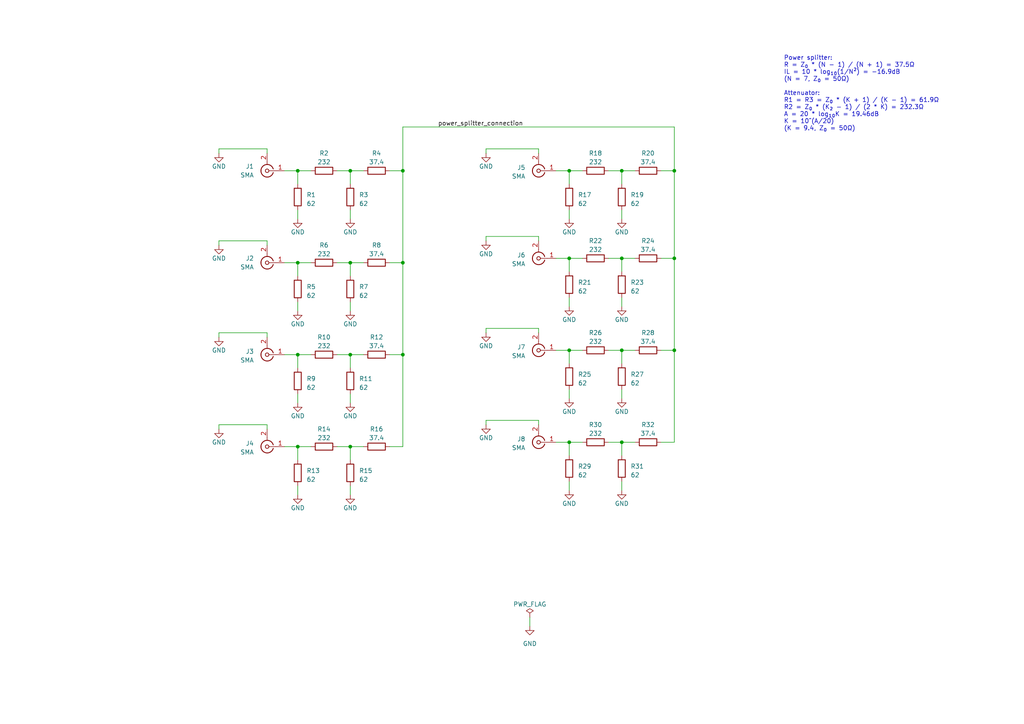
<source format=kicad_sch>
(kicad_sch (version 20230121) (generator eeschema)
  (paper "A4")
  (title_block (title "7-Way Symmetrical Resistive Wye Power Splitter with Attenuation") (date "5.5.2023") (rev "v0.1.1"))
  (lib_symbols
    (symbol "Connector:Conn_Coaxial" (pin_names (offset 1.016) hide)
      (property "Reference" "J" (at 0.254 3.048 0))
      (property "Value" "Conn_Coaxial" (at 2.921 0 90))
      (symbol "Conn_Coaxial_0_1"
        (arc (start -1.778 -0.508) (mid 0.2311 -1.8066) (end 1.778 0) (stroke (width 0.254)))
        (polyline (pts (xy -2.54 0) (xy -0.508 0)))
        (polyline (pts (xy 0 -2.54) (xy 0 -1.778)))
        (circle (center 0 0) (radius 0.508) (stroke (width 0.2032)))
        (arc (start 1.778 0) (mid 0.2099 1.8101) (end -1.778 0.508) (stroke (width 0.254)))
      )
      (symbol "Conn_Coaxial_1_1"
        (pin passive line (at -5.08 0 0) (length 2.54) (name "In") (number "1"))
        (pin passive line (at 0 -5.08 90) (length 2.54) (name "Ext") (number "2"))
      )
    )
    (symbol "Device:R" (pin_numbers hide) (pin_names (offset 0))
      (property "Reference" "R" (at 2.032 0 90))
      (property "Value" "R" (at 0 0 90))
      (symbol "R_0_1"
        (rectangle (start -1.016 -2.54) (end 1.016 2.54) (stroke (width 0.254)))
      )
      (symbol "R_1_1"
        (pin passive line (at 0 3.81 270) (length 1.27) (name "~") (number "1"))
        (pin passive line (at 0 -3.81 90) (length 1.27) (name "~") (number "2"))
      )
    )
    (symbol "power:GND" (power) (pin_names (offset 0))
      (property "Value" "GND" (at 0 -3.81 0))
      (symbol "GND_0_1"
        (polyline (pts (xy 0 0) (xy 0 -1.27) (xy 1.27 -1.27) (xy 0 -2.54) (xy -1.27 -1.27) (xy 0 -1.27)))
      )
      (symbol "GND_1_1"
        (pin power_in line (at 0 0 270) (length 0) hide (name "GND") (number "1"))
      )
    )
    (symbol "power:PWR_FLAG" (power) (pin_numbers hide) (pin_names (offset 0) hide)
      (property "Value" "PWR_FLAG" (at 0 3.81 0))
      (symbol "PWR_FLAG_0_0"
        (pin power_out line (at 0 0 90) (length 0) (name "pwr") (number "1"))
      )
      (symbol "PWR_FLAG_0_1"
        (polyline (pts (xy 0 0) (xy 0 1.27) (xy -1.016 1.905) (xy 0 2.54) (xy 1.016 1.905) (xy 0 1.27)))
      )
    )
  )
  (junction (at 86.36 102.87))
  (junction (at 86.36 129.54))
  (junction (at 101.6 102.87))
  (junction (at 86.36 49.53))
  (junction (at 165.1 101.6))
  (junction (at 195.58 49.53))
  (junction (at 180.34 49.53))
  (junction (at 116.84 49.53))
  (junction (at 165.1 128.27))
  (junction (at 86.36 76.2))
  (junction (at 180.34 101.6))
  (junction (at 180.34 74.93))
  (junction (at 101.6 129.54))
  (junction (at 116.84 102.87))
  (junction (at 180.34 128.27))
  (junction (at 165.1 74.93))
  (junction (at 165.1 49.53))
  (junction (at 101.6 76.2))
  (junction (at 101.6 49.53))
  (junction (at 116.84 76.2))
  (junction (at 195.58 101.6))
  (junction (at 195.58 74.93))
  (wire (pts (xy 165.1 105.41) (xy 165.1 101.6)))
  (wire (pts (xy 77.47 97.79) (xy 77.47 96.52)))
  (wire (pts (xy 86.36 49.53) (xy 90.17 49.53)))
  (wire (pts (xy 195.58 36.83) (xy 116.84 36.83)))
  (wire (pts (xy 63.5 123.19) (xy 63.5 124.46)))
  (wire (pts (xy 116.84 129.54) (xy 116.84 102.87)))
  (wire (pts (xy 195.58 74.93) (xy 195.58 101.6)))
  (wire (pts (xy 156.21 121.92) (xy 140.97 121.92)))
  (wire (pts (xy 180.34 128.27) (xy 180.34 132.08)))
  (wire (pts (xy 195.58 128.27) (xy 195.58 101.6)))
  (wire (pts (xy 165.1 49.53) (xy 165.1 53.34)))
  (wire (pts (xy 165.1 139.7) (xy 165.1 142.24)))
  (wire (pts (xy 86.36 129.54) (xy 86.36 133.35)))
  (wire (pts (xy 86.36 114.3) (xy 86.36 116.84)))
  (wire (pts (xy 180.34 139.7) (xy 180.34 142.24)))
  (wire (pts (xy 97.79 76.2) (xy 101.6 76.2)))
  (wire (pts (xy 191.77 74.93) (xy 195.58 74.93)))
  (wire (pts (xy 101.6 129.54) (xy 105.41 129.54)))
  (wire (pts (xy 191.77 128.27) (xy 195.58 128.27)))
  (wire (pts (xy 101.6 76.2) (xy 105.41 76.2)))
  (wire (pts (xy 77.47 43.18) (xy 63.5 43.18)))
  (wire (pts (xy 77.47 71.12) (xy 77.47 69.85)))
  (wire (pts (xy 153.67 179.07) (xy 153.67 181.61)))
  (wire (pts (xy 161.29 128.27) (xy 165.1 128.27)))
  (wire (pts (xy 116.84 76.2) (xy 116.84 102.87)))
  (wire (pts (xy 63.5 69.85) (xy 63.5 71.12)))
  (wire (pts (xy 195.58 49.53) (xy 195.58 36.83)))
  (wire (pts (xy 180.34 128.27) (xy 184.15 128.27)))
  (wire (pts (xy 180.34 78.74) (xy 180.34 74.93)))
  (wire (pts (xy 116.84 102.87) (xy 113.03 102.87)))
  (wire (pts (xy 63.5 43.18) (xy 63.5 44.45)))
  (wire (pts (xy 86.36 87.63) (xy 86.36 90.17)))
  (wire (pts (xy 86.36 60.96) (xy 86.36 63.5)))
  (wire (pts (xy 86.36 140.97) (xy 86.36 143.51)))
  (wire (pts (xy 116.84 49.53) (xy 116.84 76.2)))
  (wire (pts (xy 161.29 74.93) (xy 165.1 74.93)))
  (wire (pts (xy 165.1 78.74) (xy 165.1 74.93)))
  (wire (pts (xy 180.34 101.6) (xy 180.34 105.41)))
  (wire (pts (xy 176.53 74.93) (xy 180.34 74.93)))
  (wire (pts (xy 101.6 87.63) (xy 101.6 90.17)))
  (wire (pts (xy 97.79 102.87) (xy 101.6 102.87)))
  (wire (pts (xy 101.6 49.53) (xy 105.41 49.53)))
  (wire (pts (xy 113.03 49.53) (xy 116.84 49.53)))
  (wire (pts (xy 101.6 76.2) (xy 101.6 80.01)))
  (wire (pts (xy 156.21 95.25) (xy 140.97 95.25)))
  (wire (pts (xy 77.47 44.45) (xy 77.47 43.18)))
  (wire (pts (xy 113.03 129.54) (xy 116.84 129.54)))
  (wire (pts (xy 82.55 129.54) (xy 86.36 129.54)))
  (wire (pts (xy 161.29 101.6) (xy 165.1 101.6)))
  (wire (pts (xy 101.6 60.96) (xy 101.6 63.5)))
  (wire (pts (xy 86.36 76.2) (xy 90.17 76.2)))
  (wire (pts (xy 165.1 101.6) (xy 168.91 101.6)))
  (wire (pts (xy 180.34 49.53) (xy 180.34 53.34)))
  (wire (pts (xy 195.58 49.53) (xy 195.58 74.93)))
  (wire (pts (xy 82.55 102.87) (xy 86.36 102.87)))
  (wire (pts (xy 86.36 49.53) (xy 86.36 53.34)))
  (wire (pts (xy 176.53 128.27) (xy 180.34 128.27)))
  (wire (pts (xy 156.21 123.19) (xy 156.21 121.92)))
  (wire (pts (xy 140.97 95.25) (xy 140.97 96.52)))
  (wire (pts (xy 63.5 96.52) (xy 63.5 97.79)))
  (wire (pts (xy 86.36 102.87) (xy 90.17 102.87)))
  (wire (pts (xy 165.1 60.96) (xy 165.1 63.5)))
  (wire (pts (xy 101.6 102.87) (xy 105.41 102.87)))
  (wire (pts (xy 101.6 114.3) (xy 101.6 116.84)))
  (wire (pts (xy 101.6 140.97) (xy 101.6 143.51)))
  (wire (pts (xy 113.03 76.2) (xy 116.84 76.2)))
  (wire (pts (xy 77.47 69.85) (xy 63.5 69.85)))
  (wire (pts (xy 101.6 102.87) (xy 101.6 106.68)))
  (wire (pts (xy 195.58 101.6) (xy 191.77 101.6)))
  (wire (pts (xy 176.53 49.53) (xy 180.34 49.53)))
  (wire (pts (xy 140.97 68.58) (xy 140.97 69.85)))
  (wire (pts (xy 156.21 44.45) (xy 156.21 43.18)))
  (wire (pts (xy 86.36 129.54) (xy 90.17 129.54)))
  (wire (pts (xy 116.84 36.83) (xy 116.84 49.53)))
  (wire (pts (xy 156.21 96.52) (xy 156.21 95.25)))
  (wire (pts (xy 180.34 113.03) (xy 180.34 115.57)))
  (wire (pts (xy 97.79 49.53) (xy 101.6 49.53)))
  (wire (pts (xy 156.21 69.85) (xy 156.21 68.58)))
  (wire (pts (xy 176.53 101.6) (xy 180.34 101.6)))
  (wire (pts (xy 165.1 86.36) (xy 165.1 88.9)))
  (wire (pts (xy 82.55 76.2) (xy 86.36 76.2)))
  (wire (pts (xy 140.97 121.92) (xy 140.97 123.19)))
  (wire (pts (xy 165.1 74.93) (xy 168.91 74.93)))
  (wire (pts (xy 165.1 132.08) (xy 165.1 128.27)))
  (wire (pts (xy 97.79 129.54) (xy 101.6 129.54)))
  (wire (pts (xy 156.21 68.58) (xy 140.97 68.58)))
  (wire (pts (xy 165.1 49.53) (xy 168.91 49.53)))
  (wire (pts (xy 180.34 86.36) (xy 180.34 88.9)))
  (wire (pts (xy 191.77 49.53) (xy 195.58 49.53)))
  (wire (pts (xy 77.47 124.46) (xy 77.47 123.19)))
  (wire (pts (xy 140.97 43.18) (xy 140.97 44.45)))
  (wire (pts (xy 180.34 49.53) (xy 184.15 49.53)))
  (wire (pts (xy 82.55 49.53) (xy 86.36 49.53)))
  (wire (pts (xy 77.47 96.52) (xy 63.5 96.52)))
  (wire (pts (xy 86.36 76.2) (xy 86.36 80.01)))
  (wire (pts (xy 165.1 128.27) (xy 168.91 128.27)))
  (wire (pts (xy 165.1 113.03) (xy 165.1 115.57)))
  (wire (pts (xy 180.34 101.6) (xy 184.15 101.6)))
  (wire (pts (xy 77.47 123.19) (xy 63.5 123.19)))
  (wire (pts (xy 180.34 60.96) (xy 180.34 63.5)))
  (wire (pts (xy 156.21 43.18) (xy 140.97 43.18)))
  (wire (pts (xy 161.29 49.53) (xy 165.1 49.53)))
  (wire (pts (xy 101.6 129.54) (xy 101.6 133.35)))
  (wire (pts (xy 86.36 102.87) (xy 86.36 106.68)))
  (wire (pts (xy 101.6 49.53) (xy 101.6 53.34)))
  (wire (pts (xy 180.34 74.93) (xy 184.15 74.93)))
  (text "Power splitter:\nR = Z₀ * (N - 1) / (N + 1) = 37.5 Ω\nIL = 10 * log₁₀(1/N²) = -16.9 dB\n(N = 7, Z₀ = 50 Ω)\n\nAttenuator:\nR1 = R3 = Z₀ * (K + 1) / (K - 1) = 61.9 Ω\nR2 = Z₀ * (K₂ - 1) / (2 * K) = 232.3 Ω\nA = 20 * log₁₀K = 19.46 dB\nK = 10^(A/20)\n(K = 9.4, Z₀ = 50 Ω)" (at 227.33 38.1 0) (effects (font (size 1.27 1.27)) (justify left bottom)))
  (label "power_splitter_connection" (at 127 36.83 0))
  (symbol (lib_id "Device:R") (at 187.96 74.93 90) (unit 1)
    (property "Reference" "R24" (at 187.96 69.85 90))
    (property "Value" "37.4" (at 187.96 72.39 90))
    (property "Footprint" "Resistor_SMD:R_0402_1005Metric" (effects hide))
    (property "Datasheet" "https://datasheet.lcsc.com/lcsc/2205311900_UNI-ROYAL-Uniroyal-Elec-0402WGF374JTCE_C25108.pdf" (effects hide))
    (property "LCSC" "C25108" (effects hide))
    (property "LCSC Description" "62.5mW Thick Film Resistors 50V ±1% ±200ppm/℃ -55℃~+155℃ 37.4Ω 0402" (effects hide))
    (property "MPN" "0402WGF374JTCE" (effects hide))
    (property "Manufacturer" "Uniroyal Elec" (effects hide))
  )
  (symbol (lib_id "Device:R") (at 180.34 135.89 0) (unit 1)
    (property "Reference" "R31" (at 182.88 135.255 0) (effects (justify left)))
    (property "Value" "62" (at 182.88 137.795 0) (effects (justify left)))
    (property "Footprint" "Resistor_SMD:R_0402_1005Metric" (effects hide))
    (property "Datasheet" "https://datasheet.lcsc.com/lcsc/2206010216_UNI-ROYAL-Uniroyal-Elec-0402WGF620JTCE_C4962.pdf" (effects hide))
    (property "LCSC" "C4962" (effects hide))
    (property "LCSC Description" "62.5mW Thick Film Resistors 50V ±100ppm/℃ ±1% -55℃~+155℃ 62Ω 0402 " (effects hide))
    (property "MPN" "0402WGF620JTCE" (effects hide))
    (property "Manufacturer" "Uniroyal Elec" (effects hide))
  )
  (symbol (lib_id "Device:R") (at 187.96 101.6 90) (unit 1)
    (property "Reference" "R28" (at 187.96 96.52 90))
    (property "Value" "37.4" (at 187.96 99.06 90))
    (property "Footprint" "Resistor_SMD:R_0402_1005Metric" (effects hide))
    (property "Datasheet" "https://datasheet.lcsc.com/lcsc/2205311900_UNI-ROYAL-Uniroyal-Elec-0402WGF374JTCE_C25108.pdf" (effects hide))
    (property "LCSC" "C25108" (effects hide))
    (property "LCSC Description" "62.5mW Thick Film Resistors 50V ±1% ±200ppm/℃ -55℃~+155℃ 37.4Ω 0402" (effects hide))
    (property "MPN" "0402WGF374JTCE" (effects hide))
    (property "Manufacturer" "Uniroyal Elec" (effects hide))
  )
  (symbol (lib_id "power:GND") (at 180.34 115.57 0) (unit 1)
    (property "Reference" "#PWR022" (effects hide))
    (property "Value" "GND" (at 180.34 119.38 0))
  )
  (symbol (lib_id "Device:R") (at 172.72 74.93 90) (unit 1)
    (property "Reference" "R22" (at 172.72 69.85 90))
    (property "Value" "232" (at 172.72 72.39 90))
    (property "Footprint" "Resistor_SMD:R_0402_1005Metric" (effects hide))
    (property "Datasheet" "https://datasheet.lcsc.com/lcsc/2205312300_UNI-ROYAL-Uniroyal-Elec-0402WGF2320TCE_C270626.pdf" (effects hide))
    (property "LCSC" "C270626" (effects hide))
    (property "LCSC Description" "62.5mW Thick Film Resistors 50V ±100ppm/℃ ±1% -55℃~+155℃ 232Ω 0402" (effects hide))
    (property "MPN" "0402WGF2320TCE" (effects hide))
    (property "Manufacturer" "Uniroyal Elec" (effects hide))
  )
  (symbol (lib_id "Device:R") (at 165.1 57.15 180) (unit 1)
    (property "Reference" "R17" (at 167.64 56.515 0) (effects (justify right)))
    (property "Value" "62" (at 167.64 59.055 0) (effects (justify right)))
    (property "Footprint" "Resistor_SMD:R_0402_1005Metric" (effects hide))
    (property "Datasheet" "https://datasheet.lcsc.com/lcsc/2206010216_UNI-ROYAL-Uniroyal-Elec-0402WGF620JTCE_C4962.pdf" (effects hide))
    (property "LCSC" "C4962" (effects hide))
    (property "LCSC Description" "62.5mW Thick Film Resistors 50V ±100ppm/℃ ±1% -55℃~+155℃ 62Ω 0402 " (effects hide))
    (property "MPN" "0402WGF620JTCE" (effects hide))
    (property "Manufacturer" "Uniroyal Elec" (effects hide))
  )
  (symbol (lib_id "Device:R") (at 165.1 109.22 180) (unit 1)
    (property "Reference" "R25" (at 167.64 108.585 0) (effects (justify right)))
    (property "Value" "62" (at 167.64 111.125 0) (effects (justify right)))
    (property "Footprint" "Resistor_SMD:R_0402_1005Metric" (effects hide))
    (property "Datasheet" "https://datasheet.lcsc.com/lcsc/2206010216_UNI-ROYAL-Uniroyal-Elec-0402WGF620JTCE_C4962.pdf" (effects hide))
    (property "LCSC" "C4962" (effects hide))
    (property "LCSC Description" "62.5mW Thick Film Resistors 50V ±100ppm/℃ ±1% -55℃~+155℃ 62Ω 0402 " (effects hide))
    (property "MPN" "0402WGF620JTCE" (effects hide))
    (property "Manufacturer" "Uniroyal Elec" (effects hide))
  )
  (symbol (lib_id "power:GND") (at 63.5 124.46 0) (unit 1)
    (property "Reference" "#PWR04" (effects hide))
    (property "Value" "GND" (at 63.5 128.27 0))
  )
  (symbol (lib_id "Connector:Conn_Coaxial") (at 77.47 76.2 180) (unit 1)
    (property "Reference" "J2" (at 73.66 74.93 0) (effects (justify left)))
    (property "Value" "SMA" (at 73.66 77.47 0) (effects (justify left)))
    (property "Footprint" "Connector_Coaxial:SMA_Amphenol_132289_EdgeMount" (effects hide))
    (property "Datasheet" "https://datasheet.lcsc.com/lcsc/2012241212_HJ-Tech-HJ-SMA076_C1509221.pdf" (effects hide))
    (property "Comment" "Alternative suitable part: Amphenol RF 901-10309, Johnson 142-0701-851 (C9900004170)" (effects hide))
    (property "LCSC" "C1509221" (effects hide))
    (property "LCSC Description" "Inner bore SMA Board Edge Offset feet Plugin RF Connectors" (effects hide))
    (property "MPN" "HJ-SMA076" (effects hide))
    (property "Manufacturer" "HJ Tech" (effects hide))
  )
  (symbol (lib_id "Device:R") (at 101.6 110.49 0) (unit 1)
    (property "Reference" "R11" (at 104.14 109.855 0) (effects (justify left)))
    (property "Value" "62" (at 104.14 112.395 0) (effects (justify left)))
    (property "Footprint" "Resistor_SMD:R_0402_1005Metric" (effects hide))
    (property "Datasheet" "https://datasheet.lcsc.com/lcsc/2206010216_UNI-ROYAL-Uniroyal-Elec-0402WGF620JTCE_C4962.pdf" (effects hide))
    (property "LCSC" "C4962" (effects hide))
    (property "LCSC Description" "62.5mW Thick Film Resistors 50V ±100ppm/℃ ±1% -55℃~+155℃ 62Ω 0402 " (effects hide))
    (property "MPN" "0402WGF620JTCE" (effects hide))
    (property "Manufacturer" "Uniroyal Elec" (effects hide))
  )
  (symbol (lib_id "Device:R") (at 187.96 49.53 90) (unit 1)
    (property "Reference" "R20" (at 187.96 44.45 90))
    (property "Value" "37.4" (at 187.96 46.99 90))
    (property "Footprint" "Resistor_SMD:R_0402_1005Metric" (effects hide))
    (property "Datasheet" "https://datasheet.lcsc.com/lcsc/2205311900_UNI-ROYAL-Uniroyal-Elec-0402WGF374JTCE_C25108.pdf" (effects hide))
    (property "LCSC" "C25108" (effects hide))
    (property "LCSC Description" "62.5mW Thick Film Resistors 50V ±1% ±200ppm/℃ -55℃~+155℃ 37.4Ω 0402" (effects hide))
    (property "MPN" "0402WGF374JTCE" (effects hide))
    (property "Manufacturer" "Uniroyal Elec" (effects hide))
  )
  (symbol (lib_id "Connector:Conn_Coaxial") (at 156.21 128.27 180) (unit 1)
    (property "Reference" "J8" (at 152.4 127.3418 0) (effects (justify left)))
    (property "Value" "SMA" (at 152.4 129.8818 0) (effects (justify left)))
    (property "Footprint" "Connector_Coaxial:SMA_Amphenol_132289_EdgeMount" (effects hide))
    (property "Datasheet" "https://datasheet.lcsc.com/lcsc/2012241212_HJ-Tech-HJ-SMA076_C1509221.pdf" (effects hide))
    (property "Comment" "Alternative suitable part: Amphenol RF 901-10309, Johnson 142-0701-851 (C9900004170)" (effects hide))
    (property "LCSC" "C1509221" (effects hide))
    (property "LCSC Description" "Inner bore SMA Board Edge Offset feet Plugin RF Connectors" (effects hide))
    (property "MPN" "HJ-SMA076" (effects hide))
    (property "Manufacturer" "HJ Tech" (effects hide))
  )
  (symbol (lib_id "power:GND") (at 165.1 63.5 0) (unit 1)
    (property "Reference" "#PWR017" (effects hide))
    (property "Value" "GND" (at 165.1 67.31 0))
  )
  (symbol (lib_id "Device:R") (at 93.98 102.87 90) (unit 1)
    (property "Reference" "R10" (at 93.98 97.79 90))
    (property "Value" "232" (at 93.98 100.33 90))
    (property "Footprint" "Resistor_SMD:R_0402_1005Metric" (effects hide))
    (property "Datasheet" "https://datasheet.lcsc.com/lcsc/2205312300_UNI-ROYAL-Uniroyal-Elec-0402WGF2320TCE_C270626.pdf" (effects hide))
    (property "LCSC" "C270626" (effects hide))
    (property "LCSC Description" "62.5mW Thick Film Resistors 50V ±100ppm/℃ ±1% -55℃~+155℃ 232Ω 0402" (effects hide))
    (property "MPN" "0402WGF2320TCE" (effects hide))
    (property "Manufacturer" "Uniroyal Elec" (effects hide))
  )
  (symbol (lib_id "power:GND") (at 63.5 44.45 0) (unit 1)
    (property "Reference" "#PWR01" (effects hide))
    (property "Value" "GND" (at 63.5 48.26 0))
  )
  (symbol (lib_id "power:GND") (at 101.6 63.5 0) (unit 1)
    (property "Reference" "#PWR010" (effects hide))
    (property "Value" "GND" (at 101.6 67.31 0))
  )
  (symbol (lib_id "Device:R") (at 86.36 57.15 180) (unit 1)
    (property "Reference" "R1" (at 88.9 56.515 0) (effects (justify right)))
    (property "Value" "62" (at 88.9 59.055 0) (effects (justify right)))
    (property "Footprint" "Resistor_SMD:R_0402_1005Metric" (effects hide))
    (property "Datasheet" "https://datasheet.lcsc.com/lcsc/2206010216_UNI-ROYAL-Uniroyal-Elec-0402WGF620JTCE_C4962.pdf" (effects hide))
    (property "LCSC" "C4962" (effects hide))
    (property "LCSC Description" "62.5mW Thick Film Resistors 50V ±100ppm/℃ ±1% -55℃~+155℃ 62Ω 0402 " (effects hide))
    (property "MPN" "0402WGF620JTCE" (effects hide))
    (property "Manufacturer" "Uniroyal Elec" (effects hide))
  )
  (symbol (lib_id "Device:R") (at 172.72 49.53 90) (unit 1)
    (property "Reference" "R18" (at 172.72 44.45 90))
    (property "Value" "232" (at 172.72 46.99 90))
    (property "Footprint" "Resistor_SMD:R_0402_1005Metric" (effects hide))
    (property "Datasheet" "https://datasheet.lcsc.com/lcsc/2205312300_UNI-ROYAL-Uniroyal-Elec-0402WGF2320TCE_C270626.pdf" (effects hide))
    (property "LCSC" "C270626" (effects hide))
    (property "LCSC Description" "62.5mW Thick Film Resistors 50V ±100ppm/℃ ±1% -55℃~+155℃ 232Ω 0402" (effects hide))
    (property "MPN" "0402WGF2320TCE" (effects hide))
    (property "Manufacturer" "Uniroyal Elec" (effects hide))
  )
  (symbol (lib_id "Device:R") (at 86.36 137.16 180) (unit 1)
    (property "Reference" "R13" (at 88.9 136.525 0) (effects (justify right)))
    (property "Value" "62" (at 88.9 139.065 0) (effects (justify right)))
    (property "Footprint" "Resistor_SMD:R_0402_1005Metric" (effects hide))
    (property "Datasheet" "https://datasheet.lcsc.com/lcsc/2206010216_UNI-ROYAL-Uniroyal-Elec-0402WGF620JTCE_C4962.pdf" (effects hide))
    (property "LCSC" "C4962" (effects hide))
    (property "LCSC Description" "62.5mW Thick Film Resistors 50V ±100ppm/℃ ±1% -55℃~+155℃ 62Ω 0402 " (effects hide))
    (property "MPN" "0402WGF620JTCE" (effects hide))
    (property "Manufacturer" "Uniroyal Elec" (effects hide))
  )
  (symbol (lib_id "power:GND") (at 86.36 63.5 0) (unit 1)
    (property "Reference" "#PWR09" (effects hide))
    (property "Value" "GND" (at 86.36 67.31 0))
  )
  (symbol (lib_id "Device:R") (at 109.22 102.87 90) (unit 1)
    (property "Reference" "R12" (at 109.22 97.79 90))
    (property "Value" "37.4" (at 109.22 100.33 90))
    (property "Footprint" "Resistor_SMD:R_0402_1005Metric" (effects hide))
    (property "Datasheet" "https://datasheet.lcsc.com/lcsc/2205311900_UNI-ROYAL-Uniroyal-Elec-0402WGF374JTCE_C25108.pdf" (effects hide))
    (property "LCSC" "C25108" (effects hide))
    (property "LCSC Description" "62.5mW Thick Film Resistors 50V ±1% ±200ppm/℃ -55℃~+155℃ 37.4Ω 0402" (effects hide))
    (property "MPN" "0402WGF374JTCE" (effects hide))
    (property "Manufacturer" "Uniroyal Elec" (effects hide))
  )
  (symbol (lib_id "Device:R") (at 172.72 128.27 90) (unit 1)
    (property "Reference" "R30" (at 172.72 123.19 90))
    (property "Value" "232" (at 172.72 125.73 90))
    (property "Footprint" "Resistor_SMD:R_0402_1005Metric" (effects hide))
    (property "Datasheet" "https://datasheet.lcsc.com/lcsc/2205312300_UNI-ROYAL-Uniroyal-Elec-0402WGF2320TCE_C270626.pdf" (effects hide))
    (property "LCSC" "C270626" (effects hide))
    (property "LCSC Description" "62.5mW Thick Film Resistors 50V ±100ppm/℃ ±1% -55℃~+155℃ 232Ω 0402" (effects hide))
    (property "MPN" "0402WGF2320TCE" (effects hide))
    (property "Manufacturer" "Uniroyal Elec" (effects hide))
  )
  (symbol (lib_id "Connector:Conn_Coaxial") (at 156.21 49.53 180) (unit 1)
    (property "Reference" "J5" (at 152.4 48.6018 0) (effects (justify left)))
    (property "Value" "SMA" (at 152.4 51.1418 0) (effects (justify left)))
    (property "Footprint" "Connector_Coaxial:SMA_Amphenol_132289_EdgeMount" (effects hide))
    (property "Datasheet" "https://datasheet.lcsc.com/lcsc/2012241212_HJ-Tech-HJ-SMA076_C1509221.pdf" (effects hide))
    (property "Comment" "Alternative suitable part: Amphenol RF 901-10309, Johnson 142-0701-851 (C9900004170)" (effects hide))
    (property "LCSC" "C1509221" (effects hide))
    (property "LCSC Description" "Inner bore SMA Board Edge Offset feet Plugin RF Connectors" (effects hide))
    (property "MPN" "HJ-SMA076" (effects hide))
    (property "Manufacturer" "HJ Tech" (effects hide))
  )
  (symbol (lib_id "Device:R") (at 172.72 101.6 90) (unit 1)
    (property "Reference" "R26" (at 172.72 96.52 90))
    (property "Value" "232" (at 172.72 99.06 90))
    (property "Footprint" "Resistor_SMD:R_0402_1005Metric" (effects hide))
    (property "Datasheet" "https://datasheet.lcsc.com/lcsc/2205312300_UNI-ROYAL-Uniroyal-Elec-0402WGF2320TCE_C270626.pdf" (effects hide))
    (property "LCSC" "C270626" (effects hide))
    (property "LCSC Description" "62.5mW Thick Film Resistors 50V ±100ppm/℃ ±1% -55℃~+155℃ 232Ω 0402" (effects hide))
    (property "MPN" "0402WGF2320TCE" (effects hide))
    (property "Manufacturer" "Uniroyal Elec" (effects hide))
  )
  (symbol (lib_id "power:GND") (at 86.36 90.17 0) (unit 1)
    (property "Reference" "#PWR011" (effects hide))
    (property "Value" "GND" (at 86.36 93.98 0))
  )
  (symbol (lib_id "Device:R") (at 165.1 82.55 180) (unit 1)
    (property "Reference" "R21" (at 167.64 81.915 0) (effects (justify right)))
    (property "Value" "62" (at 167.64 84.455 0) (effects (justify right)))
    (property "Footprint" "Resistor_SMD:R_0402_1005Metric" (effects hide))
    (property "Datasheet" "https://datasheet.lcsc.com/lcsc/2206010216_UNI-ROYAL-Uniroyal-Elec-0402WGF620JTCE_C4962.pdf" (effects hide))
    (property "LCSC" "C4962" (effects hide))
    (property "LCSC Description" "62.5mW Thick Film Resistors 50V ±100ppm/℃ ±1% -55℃~+155℃ 62Ω 0402 " (effects hide))
    (property "MPN" "0402WGF620JTCE" (effects hide))
    (property "Manufacturer" "Uniroyal Elec" (effects hide))
  )
  (symbol (lib_id "power:GND") (at 165.1 142.24 0) (unit 1)
    (property "Reference" "#PWR023" (effects hide))
    (property "Value" "GND" (at 165.1 146.05 0))
  )
  (symbol (lib_id "power:GND") (at 153.67 181.61 0) (unit 1)
    (property "Reference" "#PWR025" (effects hide))
    (property "Value" "GND" (at 153.67 186.69 0))
  )
  (symbol (lib_id "Connector:Conn_Coaxial") (at 77.47 129.54 180) (unit 1)
    (property "Reference" "J4" (at 73.66 128.6118 0) (effects (justify left)))
    (property "Value" "SMA" (at 73.66 131.1518 0) (effects (justify left)))
    (property "Footprint" "Connector_Coaxial:SMA_Amphenol_132289_EdgeMount" (effects hide))
    (property "Datasheet" "https://datasheet.lcsc.com/lcsc/2012241212_HJ-Tech-HJ-SMA076_C1509221.pdf" (effects hide))
    (property "Comment" "Alternative suitable part: Amphenol RF 901-10309, Johnson 142-0701-851 (C9900004170)" (effects hide))
    (property "LCSC" "C1509221" (effects hide))
    (property "LCSC Description" "Inner bore SMA Board Edge Offset feet Plugin RF Connectors" (effects hide))
    (property "MPN" "HJ-SMA076" (effects hide))
    (property "Manufacturer" "HJ Tech" (effects hide))
  )
  (symbol (lib_id "Device:R") (at 180.34 57.15 0) (unit 1)
    (property "Reference" "R19" (at 182.88 56.515 0) (effects (justify left)))
    (property "Value" "62" (at 182.88 59.055 0) (effects (justify left)))
    (property "Footprint" "Resistor_SMD:R_0402_1005Metric" (effects hide))
    (property "Datasheet" "https://datasheet.lcsc.com/lcsc/2206010216_UNI-ROYAL-Uniroyal-Elec-0402WGF620JTCE_C4962.pdf" (effects hide))
    (property "LCSC" "C4962" (effects hide))
    (property "LCSC Description" "62.5mW Thick Film Resistors 50V ±100ppm/℃ ±1% -55℃~+155℃ 62Ω 0402 " (effects hide))
    (property "MPN" "0402WGF620JTCE" (effects hide))
    (property "Manufacturer" "Uniroyal Elec" (effects hide))
  )
  (symbol (lib_id "Device:R") (at 109.22 49.53 90) (unit 1)
    (property "Reference" "R4" (at 109.22 44.45 90))
    (property "Value" "37.4" (at 109.22 46.99 90))
    (property "Footprint" "Resistor_SMD:R_0402_1005Metric" (effects hide))
    (property "Datasheet" "https://datasheet.lcsc.com/lcsc/2205311900_UNI-ROYAL-Uniroyal-Elec-0402WGF374JTCE_C25108.pdf" (effects hide))
    (property "LCSC" "C25108" (effects hide))
    (property "LCSC Description" "62.5mW Thick Film Resistors 50V ±1% ±200ppm/℃ -55℃~+155℃ 37.4Ω 0402" (effects hide))
    (property "MPN" "0402WGF374JTCE" (effects hide))
    (property "Manufacturer" "Uniroyal Elec" (effects hide))
  )
  (symbol (lib_id "power:GND") (at 101.6 90.17 0) (unit 1)
    (property "Reference" "#PWR012" (effects hide))
    (property "Value" "GND" (at 101.6 93.98 0))
  )
  (symbol (lib_id "power:GND") (at 86.36 143.51 0) (unit 1)
    (property "Reference" "#PWR015" (effects hide))
    (property "Value" "GND" (at 86.36 147.32 0))
  )
  (symbol (lib_id "Device:R") (at 86.36 110.49 180) (unit 1)
    (property "Reference" "R9" (at 88.9 109.855 0) (effects (justify right)))
    (property "Value" "62" (at 88.9 112.395 0) (effects (justify right)))
    (property "Footprint" "Resistor_SMD:R_0402_1005Metric" (effects hide))
    (property "Datasheet" "https://datasheet.lcsc.com/lcsc/2206010216_UNI-ROYAL-Uniroyal-Elec-0402WGF620JTCE_C4962.pdf" (effects hide))
    (property "LCSC" "C4962" (effects hide))
    (property "LCSC Description" "62.5mW Thick Film Resistors 50V ±100ppm/℃ ±1% -55℃~+155℃ 62Ω 0402 " (effects hide))
    (property "MPN" "0402WGF620JTCE" (effects hide))
    (property "Manufacturer" "Uniroyal Elec" (effects hide))
  )
  (symbol (lib_id "Device:R") (at 93.98 129.54 90) (unit 1)
    (property "Reference" "R14" (at 93.98 124.46 90))
    (property "Value" "232" (at 93.98 127 90))
    (property "Footprint" "Resistor_SMD:R_0402_1005Metric" (effects hide))
    (property "Datasheet" "https://datasheet.lcsc.com/lcsc/2205312300_UNI-ROYAL-Uniroyal-Elec-0402WGF2320TCE_C270626.pdf" (effects hide))
    (property "LCSC" "C270626" (effects hide))
    (property "LCSC Description" "62.5mW Thick Film Resistors 50V ±100ppm/℃ ±1% -55℃~+155℃ 232Ω 0402" (effects hide))
    (property "MPN" "0402WGF2320TCE" (effects hide))
    (property "Manufacturer" "Uniroyal Elec" (effects hide))
  )
  (symbol (lib_id "power:GND") (at 140.97 69.85 0) (unit 1)
    (property "Reference" "#PWR06" (effects hide))
    (property "Value" "GND" (at 140.97 73.66 0))
  )
  (symbol (lib_id "power:GND") (at 63.5 71.12 0) (unit 1)
    (property "Reference" "#PWR02" (effects hide))
    (property "Value" "GND" (at 63.5 74.93 0))
  )
  (symbol (lib_id "power:GND") (at 180.34 88.9 0) (unit 1)
    (property "Reference" "#PWR020" (effects hide))
    (property "Value" "GND" (at 180.34 92.71 0))
  )
  (symbol (lib_id "Connector:Conn_Coaxial") (at 77.47 49.53 180) (unit 1)
    (property "Reference" "J1" (at 73.66 48.26 0) (effects (justify left)))
    (property "Value" "SMA" (at 73.66 50.8 0) (effects (justify left)))
    (property "Footprint" "Connector_Coaxial:SMA_Amphenol_132289_EdgeMount" (effects hide))
    (property "Datasheet" "https://datasheet.lcsc.com/lcsc/2012241212_HJ-Tech-HJ-SMA076_C1509221.pdf" (effects hide))
    (property "Comment" "Alternative suitable part: Amphenol RF 901-10309, Johnson 142-0701-851 (C9900004170)" (effects hide))
    (property "LCSC" "C1509221" (effects hide))
    (property "LCSC Description" "Inner bore SMA Board Edge Offset feet Plugin RF Connectors" (effects hide))
    (property "MPN" "HJ-SMA076" (effects hide))
    (property "Manufacturer" "HJ Tech" (effects hide))
  )
  (symbol (lib_id "Device:R") (at 165.1 135.89 180) (unit 1)
    (property "Reference" "R29" (at 167.64 135.255 0) (effects (justify right)))
    (property "Value" "62" (at 167.64 137.795 0) (effects (justify right)))
    (property "Footprint" "Resistor_SMD:R_0402_1005Metric" (effects hide))
    (property "Datasheet" "https://datasheet.lcsc.com/lcsc/2206010216_UNI-ROYAL-Uniroyal-Elec-0402WGF620JTCE_C4962.pdf" (effects hide))
    (property "LCSC" "C4962" (effects hide))
    (property "LCSC Description" "62.5mW Thick Film Resistors 50V ±100ppm/℃ ±1% -55℃~+155℃ 62Ω 0402 " (effects hide))
    (property "MPN" "0402WGF620JTCE" (effects hide))
    (property "Manufacturer" "Uniroyal Elec" (effects hide))
  )
  (symbol (lib_id "power:PWR_FLAG") (at 153.67 179.07 0) (unit 1)
    (property "Reference" "#FLG01" (effects hide))
    (property "Value" "PWR_FLAG" (at 153.67 175.26 0))
  )
  (symbol (lib_id "power:GND") (at 101.6 143.51 0) (unit 1)
    (property "Reference" "#PWR016" (effects hide))
    (property "Value" "GND" (at 101.6 147.32 0))
  )
  (symbol (lib_id "Connector:Conn_Coaxial") (at 156.21 101.6 180) (unit 1)
    (property "Reference" "J7" (at 152.4 100.6718 0) (effects (justify left)))
    (property "Value" "SMA" (at 152.4 103.2118 0) (effects (justify left)))
    (property "Footprint" "Connector_Coaxial:SMA_Amphenol_132289_EdgeMount" (effects hide))
    (property "Datasheet" "https://datasheet.lcsc.com/lcsc/2012241212_HJ-Tech-HJ-SMA076_C1509221.pdf" (effects hide))
    (property "Comment" "Alternative suitable part: Amphenol RF 901-10309, Johnson 142-0701-851 (C9900004170)" (effects hide))
    (property "LCSC" "C1509221" (effects hide))
    (property "LCSC Description" "Inner bore SMA Board Edge Offset feet Plugin RF Connectors" (effects hide))
    (property "MPN" "HJ-SMA076" (effects hide))
    (property "Manufacturer" "HJ Tech" (effects hide))
  )
  (symbol (lib_id "power:GND") (at 165.1 115.57 0) (unit 1)
    (property "Reference" "#PWR021" (effects hide))
    (property "Value" "GND" (at 165.1 119.38 0))
  )
  (symbol (lib_id "power:GND") (at 180.34 63.5 0) (unit 1)
    (property "Reference" "#PWR018" (effects hide))
    (property "Value" "GND" (at 180.34 67.31 0))
  )
  (symbol (lib_id "Device:R") (at 86.36 83.82 180) (unit 1)
    (property "Reference" "R5" (at 88.9 83.185 0) (effects (justify right)))
    (property "Value" "62" (at 88.9 85.725 0) (effects (justify right)))
    (property "Footprint" "Resistor_SMD:R_0402_1005Metric" (effects hide))
    (property "Datasheet" "https://datasheet.lcsc.com/lcsc/2206010216_UNI-ROYAL-Uniroyal-Elec-0402WGF620JTCE_C4962.pdf" (effects hide))
    (property "LCSC" "C4962" (effects hide))
    (property "LCSC Description" "62.5mW Thick Film Resistors 50V ±100ppm/℃ ±1% -55℃~+155℃ 62Ω 0402 " (effects hide))
    (property "MPN" "0402WGF620JTCE" (effects hide))
    (property "Manufacturer" "Uniroyal Elec" (effects hide))
  )
  (symbol (lib_id "Connector:Conn_Coaxial") (at 156.21 74.93 180) (unit 1)
    (property "Reference" "J6" (at 152.4 74.0018 0) (effects (justify left)))
    (property "Value" "SMA" (at 152.4 76.5418 0) (effects (justify left)))
    (property "Footprint" "Connector_Coaxial:SMA_Amphenol_132289_EdgeMount" (effects hide))
    (property "Datasheet" "https://datasheet.lcsc.com/lcsc/2012241212_HJ-Tech-HJ-SMA076_C1509221.pdf" (effects hide))
    (property "Comment" "Alternative suitable part: Amphenol RF 901-10309, Johnson 142-0701-851 (C9900004170)" (effects hide))
    (property "LCSC" "C1509221" (effects hide))
    (property "LCSC Description" "Inner bore SMA Board Edge Offset feet Plugin RF Connectors" (effects hide))
    (property "MPN" "HJ-SMA076" (effects hide))
    (property "Manufacturer" "HJ Tech" (effects hide))
  )
  (symbol (lib_id "Device:R") (at 180.34 109.22 0) (unit 1)
    (property "Reference" "R27" (at 182.88 108.585 0) (effects (justify left)))
    (property "Value" "62" (at 182.88 111.125 0) (effects (justify left)))
    (property "Footprint" "Resistor_SMD:R_0402_1005Metric" (effects hide))
    (property "Datasheet" "https://datasheet.lcsc.com/lcsc/2206010216_UNI-ROYAL-Uniroyal-Elec-0402WGF620JTCE_C4962.pdf" (effects hide))
    (property "LCSC" "C4962" (effects hide))
    (property "LCSC Description" "62.5mW Thick Film Resistors 50V ±100ppm/℃ ±1% -55℃~+155℃ 62Ω 0402 " (effects hide))
    (property "MPN" "0402WGF620JTCE" (effects hide))
    (property "Manufacturer" "Uniroyal Elec" (effects hide))
  )
  (symbol (lib_id "Device:R") (at 101.6 57.15 0) (unit 1)
    (property "Reference" "R3" (at 104.14 56.515 0) (effects (justify left)))
    (property "Value" "62" (at 104.14 59.055 0) (effects (justify left)))
    (property "Footprint" "Resistor_SMD:R_0402_1005Metric" (effects hide))
    (property "Datasheet" "https://datasheet.lcsc.com/lcsc/2206010216_UNI-ROYAL-Uniroyal-Elec-0402WGF620JTCE_C4962.pdf" (effects hide))
    (property "LCSC" "C4962" (effects hide))
    (property "LCSC Description" "62.5mW Thick Film Resistors 50V ±100ppm/℃ ±1% -55℃~+155℃ 62Ω 0402 " (effects hide))
    (property "MPN" "0402WGF620JTCE" (effects hide))
    (property "Manufacturer" "Uniroyal Elec" (effects hide))
  )
  (symbol (lib_id "power:GND") (at 63.5 97.79 0) (unit 1)
    (property "Reference" "#PWR03" (effects hide))
    (property "Value" "GND" (at 63.5 101.6 0))
  )
  (symbol (lib_id "power:GND") (at 180.34 142.24 0) (unit 1)
    (property "Reference" "#PWR024" (effects hide))
    (property "Value" "GND" (at 180.34 146.05 0))
  )
  (symbol (lib_id "power:GND") (at 140.97 123.19 0) (unit 1)
    (property "Reference" "#PWR08" (effects hide))
    (property "Value" "GND" (at 140.97 127 0))
  )
  (symbol (lib_id "Device:R") (at 101.6 137.16 0) (unit 1)
    (property "Reference" "R15" (at 104.14 136.525 0) (effects (justify left)))
    (property "Value" "62" (at 104.14 139.065 0) (effects (justify left)))
    (property "Footprint" "Resistor_SMD:R_0402_1005Metric" (effects hide))
    (property "Datasheet" "https://datasheet.lcsc.com/lcsc/2206010216_UNI-ROYAL-Uniroyal-Elec-0402WGF620JTCE_C4962.pdf" (effects hide))
    (property "LCSC" "C4962" (effects hide))
    (property "LCSC Description" "62.5mW Thick Film Resistors 50V ±100ppm/℃ ±1% -55℃~+155℃ 62Ω 0402 " (effects hide))
    (property "MPN" "0402WGF620JTCE" (effects hide))
    (property "Manufacturer" "Uniroyal Elec" (effects hide))
  )
  (symbol (lib_id "power:GND") (at 86.36 116.84 0) (unit 1)
    (property "Reference" "#PWR013" (effects hide))
    (property "Value" "GND" (at 86.36 120.65 0))
  )
  (symbol (lib_id "Device:R") (at 109.22 76.2 90) (unit 1)
    (property "Reference" "R8" (at 109.22 71.12 90))
    (property "Value" "37.4" (at 109.22 73.66 90))
    (property "Footprint" "Resistor_SMD:R_0402_1005Metric" (effects hide))
    (property "Datasheet" "https://datasheet.lcsc.com/lcsc/2205311900_UNI-ROYAL-Uniroyal-Elec-0402WGF374JTCE_C25108.pdf" (effects hide))
    (property "LCSC" "C25108" (effects hide))
    (property "LCSC Description" "62.5mW Thick Film Resistors 50V ±1% ±200ppm/℃ -55℃~+155℃ 37.4Ω 0402" (effects hide))
    (property "MPN" "0402WGF374JTCE" (effects hide))
    (property "Manufacturer" "Uniroyal Elec" (effects hide))
  )
  (symbol (lib_id "power:GND") (at 140.97 44.45 0) (unit 1)
    (property "Reference" "#PWR05" (effects hide))
    (property "Value" "GND" (at 140.97 48.26 0))
  )
  (symbol (lib_id "Device:R") (at 93.98 76.2 90) (unit 1)
    (property "Reference" "R6" (at 93.98 71.12 90))
    (property "Value" "232" (at 93.98 73.66 90))
    (property "Footprint" "Resistor_SMD:R_0402_1005Metric" (effects hide))
    (property "Datasheet" "https://datasheet.lcsc.com/lcsc/2205312300_UNI-ROYAL-Uniroyal-Elec-0402WGF2320TCE_C270626.pdf" (effects hide))
    (property "LCSC" "C270626" (effects hide))
    (property "LCSC Description" "62.5mW Thick Film Resistors 50V ±100ppm/℃ ±1% -55℃~+155℃ 232Ω 0402" (effects hide))
    (property "MPN" "0402WGF2320TCE" (effects hide))
    (property "Manufacturer" "Uniroyal Elec" (effects hide))
  )
  (symbol (lib_id "Connector:Conn_Coaxial") (at 77.47 102.87 180) (unit 1)
    (property "Reference" "J3" (at 73.66 101.9418 0) (effects (justify left)))
    (property "Value" "SMA" (at 73.66 104.4818 0) (effects (justify left)))
    (property "Footprint" "Connector_Coaxial:SMA_Amphenol_132289_EdgeMount" (effects hide))
    (property "Datasheet" "https://datasheet.lcsc.com/lcsc/2012241212_HJ-Tech-HJ-SMA076_C1509221.pdf" (effects hide))
    (property "Comment" "Alternative suitable part: Amphenol RF 901-10309, Johnson 142-0701-851 (C9900004170)" (effects hide))
    (property "LCSC" "C1509221" (effects hide))
    (property "LCSC Description" "Inner bore SMA Board Edge Offset feet Plugin RF Connectors" (effects hide))
    (property "MPN" "HJ-SMA076" (effects hide))
    (property "Manufacturer" "HJ Tech" (effects hide))
  )
  (symbol (lib_id "Device:R") (at 109.22 129.54 90) (unit 1)
    (property "Reference" "R16" (at 109.22 124.46 90))
    (property "Value" "37.4" (at 109.22 127 90))
    (property "Footprint" "Resistor_SMD:R_0402_1005Metric" (effects hide))
    (property "Datasheet" "https://datasheet.lcsc.com/lcsc/2205311900_UNI-ROYAL-Uniroyal-Elec-0402WGF374JTCE_C25108.pdf" (effects hide))
    (property "LCSC" "C25108" (effects hide))
    (property "LCSC Description" "62.5mW Thick Film Resistors 50V ±1% ±200ppm/℃ -55℃~+155℃ 37.4Ω 0402" (effects hide))
    (property "MPN" "0402WGF374JTCE" (effects hide))
    (property "Manufacturer" "Uniroyal Elec" (effects hide))
  )
  (symbol (lib_id "power:GND") (at 165.1 88.9 0) (unit 1)
    (property "Reference" "#PWR019" (effects hide))
    (property "Value" "GND" (at 165.1 92.71 0))
  )
  (symbol (lib_id "Device:R") (at 187.96 128.27 90) (unit 1)
    (property "Reference" "R32" (at 187.96 123.19 90))
    (property "Value" "37.4" (at 187.96 125.73 90))
    (property "Footprint" "Resistor_SMD:R_0402_1005Metric" (effects hide))
    (property "Datasheet" "https://datasheet.lcsc.com/lcsc/2205311900_UNI-ROYAL-Uniroyal-Elec-0402WGF374JTCE_C25108.pdf" (effects hide))
    (property "LCSC" "C25108" (effects hide))
    (property "LCSC Description" "62.5mW Thick Film Resistors 50V ±1% ±200ppm/℃ -55℃~+155℃ 37.4Ω 0402" (effects hide))
    (property "MPN" "0402WGF374JTCE" (effects hide))
    (property "Manufacturer" "Uniroyal Elec" (effects hide))
  )
  (symbol (lib_id "Device:R") (at 101.6 83.82 0) (unit 1)
    (property "Reference" "R7" (at 104.14 83.185 0) (effects (justify left)))
    (property "Value" "62" (at 104.14 85.725 0) (effects (justify left)))
    (property "Footprint" "Resistor_SMD:R_0402_1005Metric" (effects hide))
    (property "Datasheet" "https://datasheet.lcsc.com/lcsc/2206010216_UNI-ROYAL-Uniroyal-Elec-0402WGF620JTCE_C4962.pdf" (effects hide))
    (property "LCSC" "C4962" (effects hide))
    (property "LCSC Description" "62.5mW Thick Film Resistors 50V ±100ppm/℃ ±1% -55℃~+155℃ 62Ω 0402 " (effects hide))
    (property "MPN" "0402WGF620JTCE" (effects hide))
    (property "Manufacturer" "Uniroyal Elec" (effects hide))
  )
  (symbol (lib_id "power:GND") (at 101.6 116.84 0) (unit 1)
    (property "Reference" "#PWR014" (effects hide))
    (property "Value" "GND" (at 101.6 120.65 0))
  )
  (symbol (lib_id "Device:R") (at 180.34 82.55 0) (unit 1)
    (property "Reference" "R23" (at 182.88 81.915 0) (effects (justify left)))
    (property "Value" "62" (at 182.88 84.455 0) (effects (justify left)))
    (property "Footprint" "Resistor_SMD:R_0402_1005Metric" (effects hide))
    (property "Datasheet" "https://datasheet.lcsc.com/lcsc/2206010216_UNI-ROYAL-Uniroyal-Elec-0402WGF620JTCE_C4962.pdf" (effects hide))
    (property "LCSC" "C4962" (effects hide))
    (property "LCSC Description" "62.5mW Thick Film Resistors 50V ±100ppm/℃ ±1% -55℃~+155℃ 62Ω 0402 " (effects hide))
    (property "MPN" "0402WGF620JTCE" (effects hide))
    (property "Manufacturer" "Uniroyal Elec" (effects hide))
  )
  (symbol (lib_id "Device:R") (at 93.98 49.53 90) (unit 1)
    (property "Reference" "R2" (at 93.98 44.45 90))
    (property "Value" "232" (at 93.98 46.99 90))
    (property "Footprint" "Resistor_SMD:R_0402_1005Metric" (effects hide))
    (property "Datasheet" "https://datasheet.lcsc.com/lcsc/2205312300_UNI-ROYAL-Uniroyal-Elec-0402WGF2320TCE_C270626.pdf" (effects hide))
    (property "LCSC" "C270626" (effects hide))
    (property "LCSC Description" "62.5mW Thick Film Resistors 50V ±100ppm/℃ ±1% -55℃~+155℃ 232Ω 0402" (effects hide))
    (property "MPN" "0402WGF2320TCE" (effects hide))
    (property "Manufacturer" "Uniroyal Elec" (effects hide))
  )
  (symbol (lib_id "power:GND") (at 140.97 96.52 0) (unit 1)
    (property "Reference" "#PWR07" (effects hide))
    (property "Value" "GND" (at 140.97 100.33 0))
  )
)
</source>
